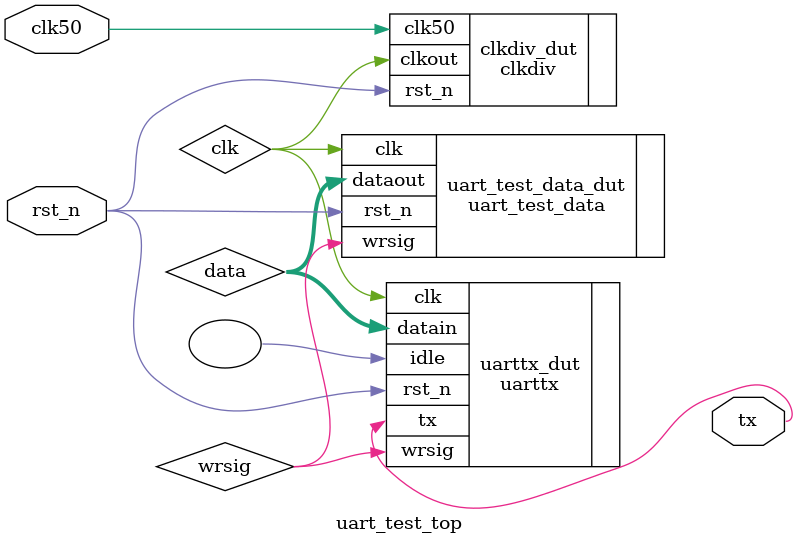
<source format=v>
module uart_test_top(
        input clk50,
        input rst_n,
        output tx
    );

    wire [7:0] data;
    wire wrsig;
    wire clk;

    clkdiv
        clkdiv_dut (
            .clk50 (clk50 ),
            .rst_n (rst_n ),
            .clkout  ( clk)
        );

    uart_test_data
        uart_test_data_dut (
            .clk (clk ),
            .rst_n (rst_n ),
            .dataout (data ),
            .wrsig  ( wrsig)
        );

    uarttx
        uarttx_dut (
            .clk (clk ),
            .rst_n (rst_n ),
            .datain (data ),
            .wrsig (wrsig ),
            .idle ( ),
            .tx  ( tx)
        );


endmodule

</source>
